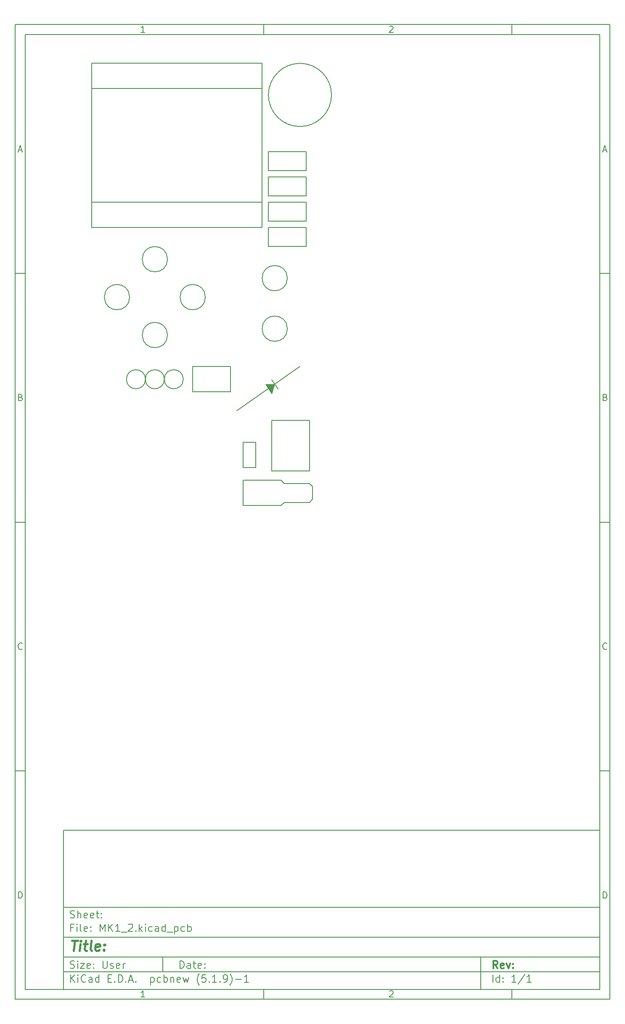
<source format=gbr>
%TF.GenerationSoftware,KiCad,Pcbnew,(5.1.9)-1*%
%TF.CreationDate,2021-07-03T12:41:10-04:00*%
%TF.ProjectId,MK1_2,4d4b315f-322e-46b6-9963-61645f706362,rev?*%
%TF.SameCoordinates,Original*%
%TF.FileFunction,OtherDrawing,Comment*%
%FSLAX45Y45*%
G04 Gerber Fmt 4.5, Leading zero omitted, Abs format (unit mm)*
G04 Created by KiCad (PCBNEW (5.1.9)-1) date 2021-07-03 12:41:10*
%MOMM*%
%LPD*%
G01*
G04 APERTURE LIST*
%ADD10C,0.127000*%
%ADD11C,0.150000*%
%ADD12C,0.300000*%
%ADD13C,0.400000*%
%ADD14C,0.177800*%
%ADD15C,0.100000*%
G04 APERTURE END LIST*
D10*
D11*
X1970000Y-17190000D02*
X1970000Y-20390000D01*
X12770000Y-20390000D01*
X12770000Y-17190000D01*
X1970000Y-17190000D01*
D10*
D11*
X1000000Y-1000000D02*
X1000000Y-20590000D01*
X12970000Y-20590000D01*
X12970000Y-1000000D01*
X1000000Y-1000000D01*
D10*
D11*
X1200000Y-1200000D02*
X1200000Y-20390000D01*
X12770000Y-20390000D01*
X12770000Y-1200000D01*
X1200000Y-1200000D01*
D10*
D11*
X6000000Y-1200000D02*
X6000000Y-1000000D01*
D10*
D11*
X11000000Y-1200000D02*
X11000000Y-1000000D01*
D10*
D11*
X3606548Y-1158810D02*
X3532262Y-1158810D01*
X3569405Y-1158810D02*
X3569405Y-1028809D01*
X3557024Y-1047381D01*
X3544643Y-1059762D01*
X3532262Y-1065952D01*
D10*
D11*
X8532262Y-1041190D02*
X8538452Y-1035000D01*
X8550833Y-1028809D01*
X8581786Y-1028809D01*
X8594167Y-1035000D01*
X8600357Y-1041190D01*
X8606548Y-1053571D01*
X8606548Y-1065952D01*
X8600357Y-1084524D01*
X8526071Y-1158810D01*
X8606548Y-1158810D01*
D10*
D11*
X6000000Y-20390000D02*
X6000000Y-20590000D01*
D10*
D11*
X11000000Y-20390000D02*
X11000000Y-20590000D01*
D10*
D11*
X3606548Y-20548810D02*
X3532262Y-20548810D01*
X3569405Y-20548810D02*
X3569405Y-20418810D01*
X3557024Y-20437381D01*
X3544643Y-20449762D01*
X3532262Y-20455952D01*
D10*
D11*
X8532262Y-20431190D02*
X8538452Y-20425000D01*
X8550833Y-20418810D01*
X8581786Y-20418810D01*
X8594167Y-20425000D01*
X8600357Y-20431190D01*
X8606548Y-20443571D01*
X8606548Y-20455952D01*
X8600357Y-20474524D01*
X8526071Y-20548810D01*
X8606548Y-20548810D01*
D10*
D11*
X1000000Y-6000000D02*
X1200000Y-6000000D01*
D10*
D11*
X1000000Y-11000000D02*
X1200000Y-11000000D01*
D10*
D11*
X1000000Y-16000000D02*
X1200000Y-16000000D01*
D10*
D11*
X1069048Y-3521667D02*
X1130952Y-3521667D01*
X1056667Y-3558809D02*
X1100000Y-3428809D01*
X1143333Y-3558809D01*
D10*
D11*
X1109286Y-8490714D02*
X1127857Y-8496905D01*
X1134048Y-8503095D01*
X1140238Y-8515476D01*
X1140238Y-8534048D01*
X1134048Y-8546429D01*
X1127857Y-8552619D01*
X1115476Y-8558810D01*
X1065952Y-8558810D01*
X1065952Y-8428810D01*
X1109286Y-8428810D01*
X1121667Y-8435000D01*
X1127857Y-8441190D01*
X1134048Y-8453571D01*
X1134048Y-8465952D01*
X1127857Y-8478333D01*
X1121667Y-8484524D01*
X1109286Y-8490714D01*
X1065952Y-8490714D01*
D10*
D11*
X1140238Y-13546428D02*
X1134048Y-13552619D01*
X1115476Y-13558809D01*
X1103095Y-13558809D01*
X1084524Y-13552619D01*
X1072143Y-13540238D01*
X1065952Y-13527857D01*
X1059762Y-13503095D01*
X1059762Y-13484524D01*
X1065952Y-13459762D01*
X1072143Y-13447381D01*
X1084524Y-13435000D01*
X1103095Y-13428809D01*
X1115476Y-13428809D01*
X1134048Y-13435000D01*
X1140238Y-13441190D01*
D10*
D11*
X1065952Y-18558810D02*
X1065952Y-18428810D01*
X1096905Y-18428810D01*
X1115476Y-18435000D01*
X1127857Y-18447381D01*
X1134048Y-18459762D01*
X1140238Y-18484524D01*
X1140238Y-18503095D01*
X1134048Y-18527857D01*
X1127857Y-18540238D01*
X1115476Y-18552619D01*
X1096905Y-18558810D01*
X1065952Y-18558810D01*
D10*
D11*
X12970000Y-6000000D02*
X12770000Y-6000000D01*
D10*
D11*
X12970000Y-11000000D02*
X12770000Y-11000000D01*
D10*
D11*
X12970000Y-16000000D02*
X12770000Y-16000000D01*
D10*
D11*
X12839048Y-3521667D02*
X12900952Y-3521667D01*
X12826667Y-3558809D02*
X12870000Y-3428809D01*
X12913333Y-3558809D01*
D10*
D11*
X12879286Y-8490714D02*
X12897857Y-8496905D01*
X12904048Y-8503095D01*
X12910238Y-8515476D01*
X12910238Y-8534048D01*
X12904048Y-8546429D01*
X12897857Y-8552619D01*
X12885476Y-8558810D01*
X12835952Y-8558810D01*
X12835952Y-8428810D01*
X12879286Y-8428810D01*
X12891667Y-8435000D01*
X12897857Y-8441190D01*
X12904048Y-8453571D01*
X12904048Y-8465952D01*
X12897857Y-8478333D01*
X12891667Y-8484524D01*
X12879286Y-8490714D01*
X12835952Y-8490714D01*
D10*
D11*
X12910238Y-13546428D02*
X12904048Y-13552619D01*
X12885476Y-13558809D01*
X12873095Y-13558809D01*
X12854524Y-13552619D01*
X12842143Y-13540238D01*
X12835952Y-13527857D01*
X12829762Y-13503095D01*
X12829762Y-13484524D01*
X12835952Y-13459762D01*
X12842143Y-13447381D01*
X12854524Y-13435000D01*
X12873095Y-13428809D01*
X12885476Y-13428809D01*
X12904048Y-13435000D01*
X12910238Y-13441190D01*
D10*
D11*
X12835952Y-18558810D02*
X12835952Y-18428810D01*
X12866905Y-18428810D01*
X12885476Y-18435000D01*
X12897857Y-18447381D01*
X12904048Y-18459762D01*
X12910238Y-18484524D01*
X12910238Y-18503095D01*
X12904048Y-18527857D01*
X12897857Y-18540238D01*
X12885476Y-18552619D01*
X12866905Y-18558810D01*
X12835952Y-18558810D01*
D10*
D11*
X4313214Y-19967857D02*
X4313214Y-19817857D01*
X4348929Y-19817857D01*
X4370357Y-19825000D01*
X4384643Y-19839286D01*
X4391786Y-19853571D01*
X4398929Y-19882143D01*
X4398929Y-19903571D01*
X4391786Y-19932143D01*
X4384643Y-19946429D01*
X4370357Y-19960714D01*
X4348929Y-19967857D01*
X4313214Y-19967857D01*
X4527500Y-19967857D02*
X4527500Y-19889286D01*
X4520357Y-19875000D01*
X4506071Y-19867857D01*
X4477500Y-19867857D01*
X4463214Y-19875000D01*
X4527500Y-19960714D02*
X4513214Y-19967857D01*
X4477500Y-19967857D01*
X4463214Y-19960714D01*
X4456071Y-19946429D01*
X4456071Y-19932143D01*
X4463214Y-19917857D01*
X4477500Y-19910714D01*
X4513214Y-19910714D01*
X4527500Y-19903571D01*
X4577500Y-19867857D02*
X4634643Y-19867857D01*
X4598929Y-19817857D02*
X4598929Y-19946429D01*
X4606071Y-19960714D01*
X4620357Y-19967857D01*
X4634643Y-19967857D01*
X4741786Y-19960714D02*
X4727500Y-19967857D01*
X4698929Y-19967857D01*
X4684643Y-19960714D01*
X4677500Y-19946429D01*
X4677500Y-19889286D01*
X4684643Y-19875000D01*
X4698929Y-19867857D01*
X4727500Y-19867857D01*
X4741786Y-19875000D01*
X4748929Y-19889286D01*
X4748929Y-19903571D01*
X4677500Y-19917857D01*
X4813214Y-19953571D02*
X4820357Y-19960714D01*
X4813214Y-19967857D01*
X4806071Y-19960714D01*
X4813214Y-19953571D01*
X4813214Y-19967857D01*
X4813214Y-19875000D02*
X4820357Y-19882143D01*
X4813214Y-19889286D01*
X4806071Y-19882143D01*
X4813214Y-19875000D01*
X4813214Y-19889286D01*
D10*
D11*
X1970000Y-20040000D02*
X12770000Y-20040000D01*
D10*
D11*
X2113214Y-20247857D02*
X2113214Y-20097857D01*
X2198929Y-20247857D02*
X2134643Y-20162143D01*
X2198929Y-20097857D02*
X2113214Y-20183571D01*
X2263214Y-20247857D02*
X2263214Y-20147857D01*
X2263214Y-20097857D02*
X2256071Y-20105000D01*
X2263214Y-20112143D01*
X2270357Y-20105000D01*
X2263214Y-20097857D01*
X2263214Y-20112143D01*
X2420357Y-20233571D02*
X2413214Y-20240714D01*
X2391786Y-20247857D01*
X2377500Y-20247857D01*
X2356071Y-20240714D01*
X2341786Y-20226429D01*
X2334643Y-20212143D01*
X2327500Y-20183571D01*
X2327500Y-20162143D01*
X2334643Y-20133571D01*
X2341786Y-20119286D01*
X2356071Y-20105000D01*
X2377500Y-20097857D01*
X2391786Y-20097857D01*
X2413214Y-20105000D01*
X2420357Y-20112143D01*
X2548929Y-20247857D02*
X2548929Y-20169286D01*
X2541786Y-20155000D01*
X2527500Y-20147857D01*
X2498929Y-20147857D01*
X2484643Y-20155000D01*
X2548929Y-20240714D02*
X2534643Y-20247857D01*
X2498929Y-20247857D01*
X2484643Y-20240714D01*
X2477500Y-20226429D01*
X2477500Y-20212143D01*
X2484643Y-20197857D01*
X2498929Y-20190714D01*
X2534643Y-20190714D01*
X2548929Y-20183571D01*
X2684643Y-20247857D02*
X2684643Y-20097857D01*
X2684643Y-20240714D02*
X2670357Y-20247857D01*
X2641786Y-20247857D01*
X2627500Y-20240714D01*
X2620357Y-20233571D01*
X2613214Y-20219286D01*
X2613214Y-20176429D01*
X2620357Y-20162143D01*
X2627500Y-20155000D01*
X2641786Y-20147857D01*
X2670357Y-20147857D01*
X2684643Y-20155000D01*
X2870357Y-20169286D02*
X2920357Y-20169286D01*
X2941786Y-20247857D02*
X2870357Y-20247857D01*
X2870357Y-20097857D01*
X2941786Y-20097857D01*
X3006071Y-20233571D02*
X3013214Y-20240714D01*
X3006071Y-20247857D01*
X2998928Y-20240714D01*
X3006071Y-20233571D01*
X3006071Y-20247857D01*
X3077500Y-20247857D02*
X3077500Y-20097857D01*
X3113214Y-20097857D01*
X3134643Y-20105000D01*
X3148928Y-20119286D01*
X3156071Y-20133571D01*
X3163214Y-20162143D01*
X3163214Y-20183571D01*
X3156071Y-20212143D01*
X3148928Y-20226429D01*
X3134643Y-20240714D01*
X3113214Y-20247857D01*
X3077500Y-20247857D01*
X3227500Y-20233571D02*
X3234643Y-20240714D01*
X3227500Y-20247857D01*
X3220357Y-20240714D01*
X3227500Y-20233571D01*
X3227500Y-20247857D01*
X3291786Y-20205000D02*
X3363214Y-20205000D01*
X3277500Y-20247857D02*
X3327500Y-20097857D01*
X3377500Y-20247857D01*
X3427500Y-20233571D02*
X3434643Y-20240714D01*
X3427500Y-20247857D01*
X3420357Y-20240714D01*
X3427500Y-20233571D01*
X3427500Y-20247857D01*
X3727500Y-20147857D02*
X3727500Y-20297857D01*
X3727500Y-20155000D02*
X3741786Y-20147857D01*
X3770357Y-20147857D01*
X3784643Y-20155000D01*
X3791786Y-20162143D01*
X3798928Y-20176429D01*
X3798928Y-20219286D01*
X3791786Y-20233571D01*
X3784643Y-20240714D01*
X3770357Y-20247857D01*
X3741786Y-20247857D01*
X3727500Y-20240714D01*
X3927500Y-20240714D02*
X3913214Y-20247857D01*
X3884643Y-20247857D01*
X3870357Y-20240714D01*
X3863214Y-20233571D01*
X3856071Y-20219286D01*
X3856071Y-20176429D01*
X3863214Y-20162143D01*
X3870357Y-20155000D01*
X3884643Y-20147857D01*
X3913214Y-20147857D01*
X3927500Y-20155000D01*
X3991786Y-20247857D02*
X3991786Y-20097857D01*
X3991786Y-20155000D02*
X4006071Y-20147857D01*
X4034643Y-20147857D01*
X4048928Y-20155000D01*
X4056071Y-20162143D01*
X4063214Y-20176429D01*
X4063214Y-20219286D01*
X4056071Y-20233571D01*
X4048928Y-20240714D01*
X4034643Y-20247857D01*
X4006071Y-20247857D01*
X3991786Y-20240714D01*
X4127500Y-20147857D02*
X4127500Y-20247857D01*
X4127500Y-20162143D02*
X4134643Y-20155000D01*
X4148928Y-20147857D01*
X4170357Y-20147857D01*
X4184643Y-20155000D01*
X4191786Y-20169286D01*
X4191786Y-20247857D01*
X4320357Y-20240714D02*
X4306071Y-20247857D01*
X4277500Y-20247857D01*
X4263214Y-20240714D01*
X4256071Y-20226429D01*
X4256071Y-20169286D01*
X4263214Y-20155000D01*
X4277500Y-20147857D01*
X4306071Y-20147857D01*
X4320357Y-20155000D01*
X4327500Y-20169286D01*
X4327500Y-20183571D01*
X4256071Y-20197857D01*
X4377500Y-20147857D02*
X4406071Y-20247857D01*
X4434643Y-20176429D01*
X4463214Y-20247857D01*
X4491786Y-20147857D01*
X4706071Y-20305000D02*
X4698929Y-20297857D01*
X4684643Y-20276429D01*
X4677500Y-20262143D01*
X4670357Y-20240714D01*
X4663214Y-20205000D01*
X4663214Y-20176429D01*
X4670357Y-20140714D01*
X4677500Y-20119286D01*
X4684643Y-20105000D01*
X4698929Y-20083571D01*
X4706071Y-20076429D01*
X4834643Y-20097857D02*
X4763214Y-20097857D01*
X4756071Y-20169286D01*
X4763214Y-20162143D01*
X4777500Y-20155000D01*
X4813214Y-20155000D01*
X4827500Y-20162143D01*
X4834643Y-20169286D01*
X4841786Y-20183571D01*
X4841786Y-20219286D01*
X4834643Y-20233571D01*
X4827500Y-20240714D01*
X4813214Y-20247857D01*
X4777500Y-20247857D01*
X4763214Y-20240714D01*
X4756071Y-20233571D01*
X4906071Y-20233571D02*
X4913214Y-20240714D01*
X4906071Y-20247857D01*
X4898929Y-20240714D01*
X4906071Y-20233571D01*
X4906071Y-20247857D01*
X5056071Y-20247857D02*
X4970357Y-20247857D01*
X5013214Y-20247857D02*
X5013214Y-20097857D01*
X4998929Y-20119286D01*
X4984643Y-20133571D01*
X4970357Y-20140714D01*
X5120357Y-20233571D02*
X5127500Y-20240714D01*
X5120357Y-20247857D01*
X5113214Y-20240714D01*
X5120357Y-20233571D01*
X5120357Y-20247857D01*
X5198929Y-20247857D02*
X5227500Y-20247857D01*
X5241786Y-20240714D01*
X5248929Y-20233571D01*
X5263214Y-20212143D01*
X5270357Y-20183571D01*
X5270357Y-20126429D01*
X5263214Y-20112143D01*
X5256071Y-20105000D01*
X5241786Y-20097857D01*
X5213214Y-20097857D01*
X5198929Y-20105000D01*
X5191786Y-20112143D01*
X5184643Y-20126429D01*
X5184643Y-20162143D01*
X5191786Y-20176429D01*
X5198929Y-20183571D01*
X5213214Y-20190714D01*
X5241786Y-20190714D01*
X5256071Y-20183571D01*
X5263214Y-20176429D01*
X5270357Y-20162143D01*
X5320357Y-20305000D02*
X5327500Y-20297857D01*
X5341786Y-20276429D01*
X5348929Y-20262143D01*
X5356071Y-20240714D01*
X5363214Y-20205000D01*
X5363214Y-20176429D01*
X5356071Y-20140714D01*
X5348929Y-20119286D01*
X5341786Y-20105000D01*
X5327500Y-20083571D01*
X5320357Y-20076429D01*
X5434643Y-20190714D02*
X5548929Y-20190714D01*
X5698928Y-20247857D02*
X5613214Y-20247857D01*
X5656071Y-20247857D02*
X5656071Y-20097857D01*
X5641786Y-20119286D01*
X5627500Y-20133571D01*
X5613214Y-20140714D01*
D10*
D11*
X1970000Y-19740000D02*
X12770000Y-19740000D01*
D10*
D12*
X10710929Y-19967857D02*
X10660929Y-19896429D01*
X10625214Y-19967857D02*
X10625214Y-19817857D01*
X10682357Y-19817857D01*
X10696643Y-19825000D01*
X10703786Y-19832143D01*
X10710929Y-19846429D01*
X10710929Y-19867857D01*
X10703786Y-19882143D01*
X10696643Y-19889286D01*
X10682357Y-19896429D01*
X10625214Y-19896429D01*
X10832357Y-19960714D02*
X10818071Y-19967857D01*
X10789500Y-19967857D01*
X10775214Y-19960714D01*
X10768071Y-19946429D01*
X10768071Y-19889286D01*
X10775214Y-19875000D01*
X10789500Y-19867857D01*
X10818071Y-19867857D01*
X10832357Y-19875000D01*
X10839500Y-19889286D01*
X10839500Y-19903571D01*
X10768071Y-19917857D01*
X10889500Y-19867857D02*
X10925214Y-19967857D01*
X10960929Y-19867857D01*
X11018071Y-19953571D02*
X11025214Y-19960714D01*
X11018071Y-19967857D01*
X11010929Y-19960714D01*
X11018071Y-19953571D01*
X11018071Y-19967857D01*
X11018071Y-19875000D02*
X11025214Y-19882143D01*
X11018071Y-19889286D01*
X11010929Y-19882143D01*
X11018071Y-19875000D01*
X11018071Y-19889286D01*
D10*
D11*
X2106071Y-19960714D02*
X2127500Y-19967857D01*
X2163214Y-19967857D01*
X2177500Y-19960714D01*
X2184643Y-19953571D01*
X2191786Y-19939286D01*
X2191786Y-19925000D01*
X2184643Y-19910714D01*
X2177500Y-19903571D01*
X2163214Y-19896429D01*
X2134643Y-19889286D01*
X2120357Y-19882143D01*
X2113214Y-19875000D01*
X2106071Y-19860714D01*
X2106071Y-19846429D01*
X2113214Y-19832143D01*
X2120357Y-19825000D01*
X2134643Y-19817857D01*
X2170357Y-19817857D01*
X2191786Y-19825000D01*
X2256071Y-19967857D02*
X2256071Y-19867857D01*
X2256071Y-19817857D02*
X2248929Y-19825000D01*
X2256071Y-19832143D01*
X2263214Y-19825000D01*
X2256071Y-19817857D01*
X2256071Y-19832143D01*
X2313214Y-19867857D02*
X2391786Y-19867857D01*
X2313214Y-19967857D01*
X2391786Y-19967857D01*
X2506071Y-19960714D02*
X2491786Y-19967857D01*
X2463214Y-19967857D01*
X2448929Y-19960714D01*
X2441786Y-19946429D01*
X2441786Y-19889286D01*
X2448929Y-19875000D01*
X2463214Y-19867857D01*
X2491786Y-19867857D01*
X2506071Y-19875000D01*
X2513214Y-19889286D01*
X2513214Y-19903571D01*
X2441786Y-19917857D01*
X2577500Y-19953571D02*
X2584643Y-19960714D01*
X2577500Y-19967857D01*
X2570357Y-19960714D01*
X2577500Y-19953571D01*
X2577500Y-19967857D01*
X2577500Y-19875000D02*
X2584643Y-19882143D01*
X2577500Y-19889286D01*
X2570357Y-19882143D01*
X2577500Y-19875000D01*
X2577500Y-19889286D01*
X2763214Y-19817857D02*
X2763214Y-19939286D01*
X2770357Y-19953571D01*
X2777500Y-19960714D01*
X2791786Y-19967857D01*
X2820357Y-19967857D01*
X2834643Y-19960714D01*
X2841786Y-19953571D01*
X2848928Y-19939286D01*
X2848928Y-19817857D01*
X2913214Y-19960714D02*
X2927500Y-19967857D01*
X2956071Y-19967857D01*
X2970357Y-19960714D01*
X2977500Y-19946429D01*
X2977500Y-19939286D01*
X2970357Y-19925000D01*
X2956071Y-19917857D01*
X2934643Y-19917857D01*
X2920357Y-19910714D01*
X2913214Y-19896429D01*
X2913214Y-19889286D01*
X2920357Y-19875000D01*
X2934643Y-19867857D01*
X2956071Y-19867857D01*
X2970357Y-19875000D01*
X3098928Y-19960714D02*
X3084643Y-19967857D01*
X3056071Y-19967857D01*
X3041786Y-19960714D01*
X3034643Y-19946429D01*
X3034643Y-19889286D01*
X3041786Y-19875000D01*
X3056071Y-19867857D01*
X3084643Y-19867857D01*
X3098928Y-19875000D01*
X3106071Y-19889286D01*
X3106071Y-19903571D01*
X3034643Y-19917857D01*
X3170357Y-19967857D02*
X3170357Y-19867857D01*
X3170357Y-19896429D02*
X3177500Y-19882143D01*
X3184643Y-19875000D01*
X3198928Y-19867857D01*
X3213214Y-19867857D01*
D10*
D11*
X10613214Y-20247857D02*
X10613214Y-20097857D01*
X10748929Y-20247857D02*
X10748929Y-20097857D01*
X10748929Y-20240714D02*
X10734643Y-20247857D01*
X10706071Y-20247857D01*
X10691786Y-20240714D01*
X10684643Y-20233571D01*
X10677500Y-20219286D01*
X10677500Y-20176429D01*
X10684643Y-20162143D01*
X10691786Y-20155000D01*
X10706071Y-20147857D01*
X10734643Y-20147857D01*
X10748929Y-20155000D01*
X10820357Y-20233571D02*
X10827500Y-20240714D01*
X10820357Y-20247857D01*
X10813214Y-20240714D01*
X10820357Y-20233571D01*
X10820357Y-20247857D01*
X10820357Y-20155000D02*
X10827500Y-20162143D01*
X10820357Y-20169286D01*
X10813214Y-20162143D01*
X10820357Y-20155000D01*
X10820357Y-20169286D01*
X11084643Y-20247857D02*
X10998929Y-20247857D01*
X11041786Y-20247857D02*
X11041786Y-20097857D01*
X11027500Y-20119286D01*
X11013214Y-20133571D01*
X10998929Y-20140714D01*
X11256071Y-20090714D02*
X11127500Y-20283571D01*
X11384643Y-20247857D02*
X11298928Y-20247857D01*
X11341786Y-20247857D02*
X11341786Y-20097857D01*
X11327500Y-20119286D01*
X11313214Y-20133571D01*
X11298928Y-20140714D01*
D10*
D11*
X1970000Y-19340000D02*
X12770000Y-19340000D01*
D10*
D13*
X2141238Y-19410476D02*
X2255524Y-19410476D01*
X2173381Y-19610476D02*
X2198381Y-19410476D01*
X2297190Y-19610476D02*
X2313857Y-19477143D01*
X2322190Y-19410476D02*
X2311476Y-19420000D01*
X2319810Y-19429524D01*
X2330524Y-19420000D01*
X2322190Y-19410476D01*
X2319810Y-19429524D01*
X2380524Y-19477143D02*
X2456714Y-19477143D01*
X2417429Y-19410476D02*
X2396000Y-19581905D01*
X2403143Y-19600952D01*
X2421000Y-19610476D01*
X2440048Y-19610476D01*
X2535286Y-19610476D02*
X2517429Y-19600952D01*
X2510286Y-19581905D01*
X2531714Y-19410476D01*
X2688857Y-19600952D02*
X2668619Y-19610476D01*
X2630524Y-19610476D01*
X2612667Y-19600952D01*
X2605524Y-19581905D01*
X2615048Y-19505714D01*
X2626952Y-19486667D01*
X2647190Y-19477143D01*
X2685286Y-19477143D01*
X2703143Y-19486667D01*
X2710286Y-19505714D01*
X2707905Y-19524762D01*
X2610286Y-19543810D01*
X2785286Y-19591429D02*
X2793619Y-19600952D01*
X2782905Y-19610476D01*
X2774571Y-19600952D01*
X2785286Y-19591429D01*
X2782905Y-19610476D01*
X2798381Y-19486667D02*
X2806714Y-19496190D01*
X2796000Y-19505714D01*
X2787667Y-19496190D01*
X2798381Y-19486667D01*
X2796000Y-19505714D01*
D10*
D11*
X2163214Y-19149286D02*
X2113214Y-19149286D01*
X2113214Y-19227857D02*
X2113214Y-19077857D01*
X2184643Y-19077857D01*
X2241786Y-19227857D02*
X2241786Y-19127857D01*
X2241786Y-19077857D02*
X2234643Y-19085000D01*
X2241786Y-19092143D01*
X2248929Y-19085000D01*
X2241786Y-19077857D01*
X2241786Y-19092143D01*
X2334643Y-19227857D02*
X2320357Y-19220714D01*
X2313214Y-19206429D01*
X2313214Y-19077857D01*
X2448929Y-19220714D02*
X2434643Y-19227857D01*
X2406071Y-19227857D01*
X2391786Y-19220714D01*
X2384643Y-19206429D01*
X2384643Y-19149286D01*
X2391786Y-19135000D01*
X2406071Y-19127857D01*
X2434643Y-19127857D01*
X2448929Y-19135000D01*
X2456071Y-19149286D01*
X2456071Y-19163571D01*
X2384643Y-19177857D01*
X2520357Y-19213571D02*
X2527500Y-19220714D01*
X2520357Y-19227857D01*
X2513214Y-19220714D01*
X2520357Y-19213571D01*
X2520357Y-19227857D01*
X2520357Y-19135000D02*
X2527500Y-19142143D01*
X2520357Y-19149286D01*
X2513214Y-19142143D01*
X2520357Y-19135000D01*
X2520357Y-19149286D01*
X2706071Y-19227857D02*
X2706071Y-19077857D01*
X2756071Y-19185000D01*
X2806071Y-19077857D01*
X2806071Y-19227857D01*
X2877500Y-19227857D02*
X2877500Y-19077857D01*
X2963214Y-19227857D02*
X2898928Y-19142143D01*
X2963214Y-19077857D02*
X2877500Y-19163571D01*
X3106071Y-19227857D02*
X3020357Y-19227857D01*
X3063214Y-19227857D02*
X3063214Y-19077857D01*
X3048928Y-19099286D01*
X3034643Y-19113571D01*
X3020357Y-19120714D01*
X3134643Y-19242143D02*
X3248928Y-19242143D01*
X3277500Y-19092143D02*
X3284643Y-19085000D01*
X3298928Y-19077857D01*
X3334643Y-19077857D01*
X3348928Y-19085000D01*
X3356071Y-19092143D01*
X3363214Y-19106429D01*
X3363214Y-19120714D01*
X3356071Y-19142143D01*
X3270357Y-19227857D01*
X3363214Y-19227857D01*
X3427500Y-19213571D02*
X3434643Y-19220714D01*
X3427500Y-19227857D01*
X3420357Y-19220714D01*
X3427500Y-19213571D01*
X3427500Y-19227857D01*
X3498928Y-19227857D02*
X3498928Y-19077857D01*
X3513214Y-19170714D02*
X3556071Y-19227857D01*
X3556071Y-19127857D02*
X3498928Y-19185000D01*
X3620357Y-19227857D02*
X3620357Y-19127857D01*
X3620357Y-19077857D02*
X3613214Y-19085000D01*
X3620357Y-19092143D01*
X3627500Y-19085000D01*
X3620357Y-19077857D01*
X3620357Y-19092143D01*
X3756071Y-19220714D02*
X3741786Y-19227857D01*
X3713214Y-19227857D01*
X3698928Y-19220714D01*
X3691786Y-19213571D01*
X3684643Y-19199286D01*
X3684643Y-19156429D01*
X3691786Y-19142143D01*
X3698928Y-19135000D01*
X3713214Y-19127857D01*
X3741786Y-19127857D01*
X3756071Y-19135000D01*
X3884643Y-19227857D02*
X3884643Y-19149286D01*
X3877500Y-19135000D01*
X3863214Y-19127857D01*
X3834643Y-19127857D01*
X3820357Y-19135000D01*
X3884643Y-19220714D02*
X3870357Y-19227857D01*
X3834643Y-19227857D01*
X3820357Y-19220714D01*
X3813214Y-19206429D01*
X3813214Y-19192143D01*
X3820357Y-19177857D01*
X3834643Y-19170714D01*
X3870357Y-19170714D01*
X3884643Y-19163571D01*
X4020357Y-19227857D02*
X4020357Y-19077857D01*
X4020357Y-19220714D02*
X4006071Y-19227857D01*
X3977500Y-19227857D01*
X3963214Y-19220714D01*
X3956071Y-19213571D01*
X3948928Y-19199286D01*
X3948928Y-19156429D01*
X3956071Y-19142143D01*
X3963214Y-19135000D01*
X3977500Y-19127857D01*
X4006071Y-19127857D01*
X4020357Y-19135000D01*
X4056071Y-19242143D02*
X4170357Y-19242143D01*
X4206071Y-19127857D02*
X4206071Y-19277857D01*
X4206071Y-19135000D02*
X4220357Y-19127857D01*
X4248929Y-19127857D01*
X4263214Y-19135000D01*
X4270357Y-19142143D01*
X4277500Y-19156429D01*
X4277500Y-19199286D01*
X4270357Y-19213571D01*
X4263214Y-19220714D01*
X4248929Y-19227857D01*
X4220357Y-19227857D01*
X4206071Y-19220714D01*
X4406071Y-19220714D02*
X4391786Y-19227857D01*
X4363214Y-19227857D01*
X4348929Y-19220714D01*
X4341786Y-19213571D01*
X4334643Y-19199286D01*
X4334643Y-19156429D01*
X4341786Y-19142143D01*
X4348929Y-19135000D01*
X4363214Y-19127857D01*
X4391786Y-19127857D01*
X4406071Y-19135000D01*
X4470357Y-19227857D02*
X4470357Y-19077857D01*
X4470357Y-19135000D02*
X4484643Y-19127857D01*
X4513214Y-19127857D01*
X4527500Y-19135000D01*
X4534643Y-19142143D01*
X4541786Y-19156429D01*
X4541786Y-19199286D01*
X4534643Y-19213571D01*
X4527500Y-19220714D01*
X4513214Y-19227857D01*
X4484643Y-19227857D01*
X4470357Y-19220714D01*
D10*
D11*
X1970000Y-18740000D02*
X12770000Y-18740000D01*
D10*
D11*
X2106071Y-18950714D02*
X2127500Y-18957857D01*
X2163214Y-18957857D01*
X2177500Y-18950714D01*
X2184643Y-18943571D01*
X2191786Y-18929286D01*
X2191786Y-18915000D01*
X2184643Y-18900714D01*
X2177500Y-18893571D01*
X2163214Y-18886429D01*
X2134643Y-18879286D01*
X2120357Y-18872143D01*
X2113214Y-18865000D01*
X2106071Y-18850714D01*
X2106071Y-18836429D01*
X2113214Y-18822143D01*
X2120357Y-18815000D01*
X2134643Y-18807857D01*
X2170357Y-18807857D01*
X2191786Y-18815000D01*
X2256071Y-18957857D02*
X2256071Y-18807857D01*
X2320357Y-18957857D02*
X2320357Y-18879286D01*
X2313214Y-18865000D01*
X2298929Y-18857857D01*
X2277500Y-18857857D01*
X2263214Y-18865000D01*
X2256071Y-18872143D01*
X2448929Y-18950714D02*
X2434643Y-18957857D01*
X2406071Y-18957857D01*
X2391786Y-18950714D01*
X2384643Y-18936429D01*
X2384643Y-18879286D01*
X2391786Y-18865000D01*
X2406071Y-18857857D01*
X2434643Y-18857857D01*
X2448929Y-18865000D01*
X2456071Y-18879286D01*
X2456071Y-18893571D01*
X2384643Y-18907857D01*
X2577500Y-18950714D02*
X2563214Y-18957857D01*
X2534643Y-18957857D01*
X2520357Y-18950714D01*
X2513214Y-18936429D01*
X2513214Y-18879286D01*
X2520357Y-18865000D01*
X2534643Y-18857857D01*
X2563214Y-18857857D01*
X2577500Y-18865000D01*
X2584643Y-18879286D01*
X2584643Y-18893571D01*
X2513214Y-18907857D01*
X2627500Y-18857857D02*
X2684643Y-18857857D01*
X2648929Y-18807857D02*
X2648929Y-18936429D01*
X2656071Y-18950714D01*
X2670357Y-18957857D01*
X2684643Y-18957857D01*
X2734643Y-18943571D02*
X2741786Y-18950714D01*
X2734643Y-18957857D01*
X2727500Y-18950714D01*
X2734643Y-18943571D01*
X2734643Y-18957857D01*
X2734643Y-18865000D02*
X2741786Y-18872143D01*
X2734643Y-18879286D01*
X2727500Y-18872143D01*
X2734643Y-18865000D01*
X2734643Y-18879286D01*
D10*
D11*
X3970000Y-19740000D02*
X3970000Y-20040000D01*
D10*
D11*
X10370000Y-19740000D02*
X10370000Y-20390000D01*
D14*
X6921500Y-9969500D02*
X6159500Y-9969500D01*
X6921500Y-8953500D02*
X6921500Y-9969500D01*
X6159500Y-8953500D02*
X6921500Y-8953500D01*
X6159500Y-9906000D02*
X6159500Y-8953500D01*
X6159500Y-9969500D02*
X6159500Y-9906000D01*
X5588000Y-9398000D02*
X5842000Y-9398000D01*
X5842000Y-9906000D02*
X5842000Y-9398000D01*
X5588000Y-9906000D02*
X5842000Y-9906000D01*
X5588000Y-9398000D02*
X5588000Y-9906000D01*
X6350000Y-10160000D02*
X5588000Y-10160000D01*
X6413500Y-10223500D02*
X6350000Y-10160000D01*
X6921500Y-10223500D02*
X6413500Y-10223500D01*
X6985000Y-10287000D02*
X6921500Y-10223500D01*
X6985000Y-10541000D02*
X6985000Y-10287000D01*
X6921500Y-10604500D02*
X6985000Y-10541000D01*
X6413500Y-10604500D02*
X6921500Y-10604500D01*
X6350000Y-10668000D02*
X6413500Y-10604500D01*
X5588000Y-10668000D02*
X6350000Y-10668000D01*
X5588000Y-10160000D02*
X5588000Y-10668000D01*
D15*
G36*
X6159500Y-8420100D02*
G01*
X6032500Y-8229600D01*
X6223000Y-8229600D01*
X6159500Y-8420100D01*
G37*
X6159500Y-8420100D02*
X6032500Y-8229600D01*
X6223000Y-8229600D01*
X6159500Y-8420100D01*
D14*
X6159500Y-8140700D02*
X6286500Y-8318500D01*
X5461000Y-8763000D02*
X6731000Y-7874000D01*
D11*
X6858000Y-4953000D02*
X6858000Y-4572000D01*
X6096000Y-4953000D02*
X6858000Y-4953000D01*
X6858000Y-4572000D02*
X6096000Y-4572000D01*
X6096000Y-4572000D02*
X6096000Y-4953000D01*
X6858000Y-4064000D02*
X6096000Y-4064000D01*
X6096000Y-4445000D02*
X6858000Y-4445000D01*
X6096000Y-4064000D02*
X6096000Y-4445000D01*
X6858000Y-4445000D02*
X6858000Y-4064000D01*
X6858000Y-3556000D02*
X6096000Y-3556000D01*
X6096000Y-3556000D02*
X6096000Y-3937000D01*
X6096000Y-3937000D02*
X6858000Y-3937000D01*
X6858000Y-3937000D02*
X6858000Y-3556000D01*
X3302000Y-6477000D02*
G75*
G03*
X3302000Y-6477000I-254000J0D01*
G01*
X6477000Y-7112000D02*
G75*
G03*
X6477000Y-7112000I-254000J0D01*
G01*
X2540000Y-4572000D02*
X5969000Y-4572000D01*
X5969000Y-2286000D02*
X2540000Y-2286000D01*
X6858000Y-5080000D02*
X6096000Y-5080000D01*
X6858000Y-5461000D02*
X6858000Y-5080000D01*
X6096000Y-5461000D02*
X6858000Y-5461000D01*
X6096000Y-5080000D02*
X6096000Y-5461000D01*
X7366000Y-2413000D02*
G75*
G03*
X7366000Y-2413000I-635000J0D01*
G01*
X4826000Y-6477000D02*
G75*
G03*
X4826000Y-6477000I-254000J0D01*
G01*
X4064000Y-7239000D02*
G75*
G03*
X4064000Y-7239000I-254000J0D01*
G01*
X4064000Y-5715000D02*
G75*
G03*
X4064000Y-5715000I-254000J0D01*
G01*
X6477000Y-6096000D02*
G75*
G03*
X6477000Y-6096000I-254000J0D01*
G01*
X5969000Y-1778000D02*
X2540000Y-1778000D01*
X5969000Y-5080000D02*
X5969000Y-1778000D01*
X2540000Y-5080000D02*
X5969000Y-5080000D01*
X2540000Y-1778000D02*
X2540000Y-5080000D01*
X5334000Y-7874000D02*
X4572000Y-7874000D01*
X5334000Y-8382000D02*
X5334000Y-7874000D01*
X4572000Y-8382000D02*
X5334000Y-8382000D01*
X4572000Y-7874000D02*
X4572000Y-8382000D01*
X4381500Y-8128000D02*
G75*
G03*
X4381500Y-8128000I-190500J0D01*
G01*
X4000500Y-8128000D02*
G75*
G03*
X4000500Y-8128000I-190500J0D01*
G01*
X3619500Y-8128000D02*
G75*
G03*
X3619500Y-8128000I-190500J0D01*
G01*
M02*

</source>
